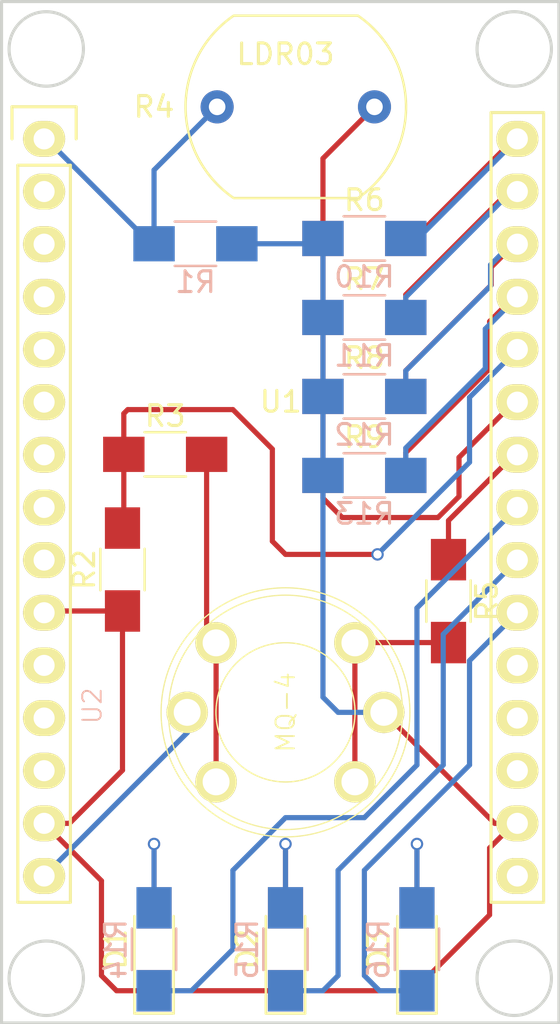
<source format=kicad_pcb>
(kicad_pcb (version 4) (host pcbnew 4.0.7)

  (general
    (links 44)
    (no_connects 3)
    (area 135.89 104.064999 165.90905 157.725001)
    (thickness 1.6)
    (drawings 8)
    (tracks 126)
    (zones 0)
    (modules 21)
    (nets 31)
  )

  (page A4)
  (layers
    (0 F.Cu signal)
    (31 B.Cu signal)
    (32 B.Adhes user)
    (33 F.Adhes user)
    (34 B.Paste user)
    (35 F.Paste user)
    (36 B.SilkS user)
    (37 F.SilkS user)
    (38 B.Mask user)
    (39 F.Mask user)
    (40 Dwgs.User user)
    (41 Cmts.User user)
    (42 Eco1.User user)
    (43 Eco2.User user)
    (44 Edge.Cuts user)
    (45 Margin user)
    (46 B.CrtYd user)
    (47 F.CrtYd user)
    (48 B.Fab user)
    (49 F.Fab user)
  )

  (setup
    (last_trace_width 0.25)
    (trace_clearance 0.2)
    (zone_clearance 0.508)
    (zone_45_only no)
    (trace_min 0.2)
    (segment_width 0.2)
    (edge_width 0.15)
    (via_size 0.6)
    (via_drill 0.4)
    (via_min_size 0.4)
    (via_min_drill 0.3)
    (uvia_size 0.3)
    (uvia_drill 0.1)
    (uvias_allowed no)
    (uvia_min_size 0.2)
    (uvia_min_drill 0.1)
    (pcb_text_width 0.3)
    (pcb_text_size 1.5 1.5)
    (mod_edge_width 0.15)
    (mod_text_size 1 1)
    (mod_text_width 0.15)
    (pad_size 1.524 1.524)
    (pad_drill 0.762)
    (pad_to_mask_clearance 0.2)
    (aux_axis_origin 0 0)
    (visible_elements FFFFEF7F)
    (pcbplotparams
      (layerselection 0x010f0_80000001)
      (usegerberextensions false)
      (usegerberattributes true)
      (excludeedgelayer false)
      (linewidth 0.150000)
      (plotframeref false)
      (viasonmask false)
      (mode 1)
      (useauxorigin true)
      (hpglpennumber 1)
      (hpglpenspeed 20)
      (hpglpendiameter 15)
      (hpglpenoverlay 2)
      (psnegative false)
      (psa4output false)
      (plotreference true)
      (plotvalue true)
      (plotinvisibletext false)
      (padsonsilk false)
      (subtractmaskfromsilk false)
      (outputformat 1)
      (mirror false)
      (drillshape 0)
      (scaleselection 1)
      (outputdirectory ""))
  )

  (net 0 "")
  (net 1 GND)
  (net 2 "Net-(D1-Pad2)")
  (net 3 "Net-(D2-Pad2)")
  (net 4 "Net-(R1-Pad1)")
  (net 5 "Net-(R2-Pad2)")
  (net 6 "Net-(R3-Pad2)")
  (net 7 +3V3)
  (net 8 "Net-(R5-Pad2)")
  (net 9 "Net-(R10-Pad2)")
  (net 10 "Net-(R11-Pad2)")
  (net 11 "Net-(R12-Pad2)")
  (net 12 "Net-(R13-Pad2)")
  (net 13 "Net-(R14-Pad2)")
  (net 14 "Net-(R15-Pad2)")
  (net 15 "Net-(U1-Pad2)")
  (net 16 "Net-(U1-Pad3)")
  (net 17 "Net-(U1-Pad4)")
  (net 18 "Net-(U1-Pad5)")
  (net 19 "Net-(U1-Pad6)")
  (net 20 "Net-(U1-Pad7)")
  (net 21 "Net-(U1-Pad8)")
  (net 22 "Net-(U1-Pad9)")
  (net 23 "Net-(U1-Pad12)")
  (net 24 "Net-(U1-Pad13)")
  (net 25 "Net-(U1-Pad15)")
  (net 26 "Net-(U1-Pad18)")
  (net 27 "Net-(U1-Pad19)")
  (net 28 "Net-(U1-Pad20)")
  (net 29 "Net-(D3-Pad2)")
  (net 30 "Net-(R16-Pad2)")

  (net_class Default "This is the default net class."
    (clearance 0.2)
    (trace_width 0.25)
    (via_dia 0.6)
    (via_drill 0.4)
    (uvia_dia 0.3)
    (uvia_drill 0.1)
    (add_net +3V3)
    (add_net GND)
    (add_net "Net-(D1-Pad2)")
    (add_net "Net-(D2-Pad2)")
    (add_net "Net-(D3-Pad2)")
    (add_net "Net-(R1-Pad1)")
    (add_net "Net-(R10-Pad2)")
    (add_net "Net-(R11-Pad2)")
    (add_net "Net-(R12-Pad2)")
    (add_net "Net-(R13-Pad2)")
    (add_net "Net-(R14-Pad2)")
    (add_net "Net-(R15-Pad2)")
    (add_net "Net-(R16-Pad2)")
    (add_net "Net-(R2-Pad2)")
    (add_net "Net-(R3-Pad2)")
    (add_net "Net-(R5-Pad2)")
    (add_net "Net-(U1-Pad12)")
    (add_net "Net-(U1-Pad13)")
    (add_net "Net-(U1-Pad15)")
    (add_net "Net-(U1-Pad18)")
    (add_net "Net-(U1-Pad19)")
    (add_net "Net-(U1-Pad2)")
    (add_net "Net-(U1-Pad20)")
    (add_net "Net-(U1-Pad3)")
    (add_net "Net-(U1-Pad4)")
    (add_net "Net-(U1-Pad5)")
    (add_net "Net-(U1-Pad6)")
    (add_net "Net-(U1-Pad7)")
    (add_net "Net-(U1-Pad8)")
    (add_net "Net-(U1-Pad9)")
  )

  (module LEDs:LED_1206_HandSoldering (layer F.Cu) (tedit 595FC724) (tstamp 5AA9A8B9)
    (at 144.78 149.86 90)
    (descr "LED SMD 1206, hand soldering")
    (tags "LED 1206")
    (path /5AA9AACC)
    (attr smd)
    (fp_text reference D1 (at 0 -1.85 90) (layer F.SilkS)
      (effects (font (size 1 1) (thickness 0.15)))
    )
    (fp_text value Pwr (at 0 1.9 90) (layer F.Fab)
      (effects (font (size 1 1) (thickness 0.15)))
    )
    (fp_line (start -3.1 -0.95) (end -3.1 0.95) (layer F.SilkS) (width 0.12))
    (fp_line (start -0.4 0) (end 0.2 -0.4) (layer F.Fab) (width 0.1))
    (fp_line (start 0.2 -0.4) (end 0.2 0.4) (layer F.Fab) (width 0.1))
    (fp_line (start 0.2 0.4) (end -0.4 0) (layer F.Fab) (width 0.1))
    (fp_line (start -0.45 -0.4) (end -0.45 0.4) (layer F.Fab) (width 0.1))
    (fp_line (start -1.6 0.8) (end -1.6 -0.8) (layer F.Fab) (width 0.1))
    (fp_line (start 1.6 0.8) (end -1.6 0.8) (layer F.Fab) (width 0.1))
    (fp_line (start 1.6 -0.8) (end 1.6 0.8) (layer F.Fab) (width 0.1))
    (fp_line (start -1.6 -0.8) (end 1.6 -0.8) (layer F.Fab) (width 0.1))
    (fp_line (start -3.1 0.95) (end 1.6 0.95) (layer F.SilkS) (width 0.12))
    (fp_line (start -3.1 -0.95) (end 1.6 -0.95) (layer F.SilkS) (width 0.12))
    (fp_line (start -3.25 -1.11) (end 3.25 -1.11) (layer F.CrtYd) (width 0.05))
    (fp_line (start -3.25 -1.11) (end -3.25 1.1) (layer F.CrtYd) (width 0.05))
    (fp_line (start 3.25 1.1) (end 3.25 -1.11) (layer F.CrtYd) (width 0.05))
    (fp_line (start 3.25 1.1) (end -3.25 1.1) (layer F.CrtYd) (width 0.05))
    (pad 1 smd rect (at -2 0 90) (size 2 1.7) (layers F.Cu F.Paste F.Mask)
      (net 1 GND))
    (pad 2 smd rect (at 2 0 90) (size 2 1.7) (layers F.Cu F.Paste F.Mask)
      (net 2 "Net-(D1-Pad2)"))
    (model ${KISYS3DMOD}/LEDs.3dshapes/LED_1206.wrl
      (at (xyz 0 0 0))
      (scale (xyz 1 1 1))
      (rotate (xyz 0 0 180))
    )
  )

  (module LEDs:LED_1206_HandSoldering (layer F.Cu) (tedit 595FC724) (tstamp 5AA9A8BF)
    (at 151.13 149.86 90)
    (descr "LED SMD 1206, hand soldering")
    (tags "LED 1206")
    (path /5AA9AB27)
    (attr smd)
    (fp_text reference D2 (at 0 -1.85 90) (layer F.SilkS)
      (effects (font (size 1 1) (thickness 0.15)))
    )
    (fp_text value Act (at 0 1.9 90) (layer F.Fab)
      (effects (font (size 1 1) (thickness 0.15)))
    )
    (fp_line (start -3.1 -0.95) (end -3.1 0.95) (layer F.SilkS) (width 0.12))
    (fp_line (start -0.4 0) (end 0.2 -0.4) (layer F.Fab) (width 0.1))
    (fp_line (start 0.2 -0.4) (end 0.2 0.4) (layer F.Fab) (width 0.1))
    (fp_line (start 0.2 0.4) (end -0.4 0) (layer F.Fab) (width 0.1))
    (fp_line (start -0.45 -0.4) (end -0.45 0.4) (layer F.Fab) (width 0.1))
    (fp_line (start -1.6 0.8) (end -1.6 -0.8) (layer F.Fab) (width 0.1))
    (fp_line (start 1.6 0.8) (end -1.6 0.8) (layer F.Fab) (width 0.1))
    (fp_line (start 1.6 -0.8) (end 1.6 0.8) (layer F.Fab) (width 0.1))
    (fp_line (start -1.6 -0.8) (end 1.6 -0.8) (layer F.Fab) (width 0.1))
    (fp_line (start -3.1 0.95) (end 1.6 0.95) (layer F.SilkS) (width 0.12))
    (fp_line (start -3.1 -0.95) (end 1.6 -0.95) (layer F.SilkS) (width 0.12))
    (fp_line (start -3.25 -1.11) (end 3.25 -1.11) (layer F.CrtYd) (width 0.05))
    (fp_line (start -3.25 -1.11) (end -3.25 1.1) (layer F.CrtYd) (width 0.05))
    (fp_line (start 3.25 1.1) (end 3.25 -1.11) (layer F.CrtYd) (width 0.05))
    (fp_line (start 3.25 1.1) (end -3.25 1.1) (layer F.CrtYd) (width 0.05))
    (pad 1 smd rect (at -2 0 90) (size 2 1.7) (layers F.Cu F.Paste F.Mask)
      (net 1 GND))
    (pad 2 smd rect (at 2 0 90) (size 2 1.7) (layers F.Cu F.Paste F.Mask)
      (net 3 "Net-(D2-Pad2)"))
    (model ${KISYS3DMOD}/LEDs.3dshapes/LED_1206.wrl
      (at (xyz 0 0 0))
      (scale (xyz 1 1 1))
      (rotate (xyz 0 0 180))
    )
  )

  (module LEDs:LED_1206_HandSoldering (layer F.Cu) (tedit 595FC724) (tstamp 5AA9A8C5)
    (at 157.48 149.86 90)
    (descr "LED SMD 1206, hand soldering")
    (tags "LED 1206")
    (path /5AA9ABDD)
    (attr smd)
    (fp_text reference D3 (at 0 -1.85 90) (layer F.SilkS)
      (effects (font (size 1 1) (thickness 0.15)))
    )
    (fp_text value Err (at 0 1.9 90) (layer F.Fab)
      (effects (font (size 1 1) (thickness 0.15)))
    )
    (fp_line (start -3.1 -0.95) (end -3.1 0.95) (layer F.SilkS) (width 0.12))
    (fp_line (start -0.4 0) (end 0.2 -0.4) (layer F.Fab) (width 0.1))
    (fp_line (start 0.2 -0.4) (end 0.2 0.4) (layer F.Fab) (width 0.1))
    (fp_line (start 0.2 0.4) (end -0.4 0) (layer F.Fab) (width 0.1))
    (fp_line (start -0.45 -0.4) (end -0.45 0.4) (layer F.Fab) (width 0.1))
    (fp_line (start -1.6 0.8) (end -1.6 -0.8) (layer F.Fab) (width 0.1))
    (fp_line (start 1.6 0.8) (end -1.6 0.8) (layer F.Fab) (width 0.1))
    (fp_line (start 1.6 -0.8) (end 1.6 0.8) (layer F.Fab) (width 0.1))
    (fp_line (start -1.6 -0.8) (end 1.6 -0.8) (layer F.Fab) (width 0.1))
    (fp_line (start -3.1 0.95) (end 1.6 0.95) (layer F.SilkS) (width 0.12))
    (fp_line (start -3.1 -0.95) (end 1.6 -0.95) (layer F.SilkS) (width 0.12))
    (fp_line (start -3.25 -1.11) (end 3.25 -1.11) (layer F.CrtYd) (width 0.05))
    (fp_line (start -3.25 -1.11) (end -3.25 1.1) (layer F.CrtYd) (width 0.05))
    (fp_line (start 3.25 1.1) (end 3.25 -1.11) (layer F.CrtYd) (width 0.05))
    (fp_line (start 3.25 1.1) (end -3.25 1.1) (layer F.CrtYd) (width 0.05))
    (pad 1 smd rect (at -2 0 90) (size 2 1.7) (layers F.Cu F.Paste F.Mask)
      (net 1 GND))
    (pad 2 smd rect (at 2 0 90) (size 2 1.7) (layers F.Cu F.Paste F.Mask)
      (net 29 "Net-(D3-Pad2)"))
    (model ${KISYS3DMOD}/LEDs.3dshapes/LED_1206.wrl
      (at (xyz 0 0 0))
      (scale (xyz 1 1 1))
      (rotate (xyz 0 0 180))
    )
  )

  (module Resistors_SMD:R_1206_HandSoldering (layer B.Cu) (tedit 58E0A804) (tstamp 5AA9A8CB)
    (at 146.78 115.824)
    (descr "Resistor SMD 1206, hand soldering")
    (tags "resistor 1206")
    (path /59F2DE03)
    (attr smd)
    (fp_text reference R1 (at 0 1.85) (layer B.SilkS)
      (effects (font (size 1 1) (thickness 0.15)) (justify mirror))
    )
    (fp_text value 1k (at 0 -1.9) (layer B.Fab)
      (effects (font (size 1 1) (thickness 0.15)) (justify mirror))
    )
    (fp_text user %R (at 0 0) (layer B.Fab)
      (effects (font (size 0.7 0.7) (thickness 0.105)) (justify mirror))
    )
    (fp_line (start -1.6 -0.8) (end -1.6 0.8) (layer B.Fab) (width 0.1))
    (fp_line (start 1.6 -0.8) (end -1.6 -0.8) (layer B.Fab) (width 0.1))
    (fp_line (start 1.6 0.8) (end 1.6 -0.8) (layer B.Fab) (width 0.1))
    (fp_line (start -1.6 0.8) (end 1.6 0.8) (layer B.Fab) (width 0.1))
    (fp_line (start 1 -1.07) (end -1 -1.07) (layer B.SilkS) (width 0.12))
    (fp_line (start -1 1.07) (end 1 1.07) (layer B.SilkS) (width 0.12))
    (fp_line (start -3.25 1.11) (end 3.25 1.11) (layer B.CrtYd) (width 0.05))
    (fp_line (start -3.25 1.11) (end -3.25 -1.1) (layer B.CrtYd) (width 0.05))
    (fp_line (start 3.25 -1.1) (end 3.25 1.11) (layer B.CrtYd) (width 0.05))
    (fp_line (start 3.25 -1.1) (end -3.25 -1.1) (layer B.CrtYd) (width 0.05))
    (pad 1 smd rect (at -2 0) (size 2 1.7) (layers B.Cu B.Paste B.Mask)
      (net 4 "Net-(R1-Pad1)"))
    (pad 2 smd rect (at 2 0) (size 2 1.7) (layers B.Cu B.Paste B.Mask)
      (net 1 GND))
    (model ${KISYS3DMOD}/Resistors_SMD.3dshapes/R_1206.wrl
      (at (xyz 0 0 0))
      (scale (xyz 1 1 1))
      (rotate (xyz 0 0 0))
    )
  )

  (module Resistors_SMD:R_1206_HandSoldering (layer F.Cu) (tedit 58E0A804) (tstamp 5AA9A8D1)
    (at 143.256 131.54 90)
    (descr "Resistor SMD 1206, hand soldering")
    (tags "resistor 1206")
    (path /5AA987C6)
    (attr smd)
    (fp_text reference R2 (at 0 -1.85 90) (layer F.SilkS)
      (effects (font (size 1 1) (thickness 0.15)))
    )
    (fp_text value 20k (at 0 1.9 90) (layer F.Fab)
      (effects (font (size 1 1) (thickness 0.15)))
    )
    (fp_text user %R (at 0 0 90) (layer F.Fab)
      (effects (font (size 0.7 0.7) (thickness 0.105)))
    )
    (fp_line (start -1.6 0.8) (end -1.6 -0.8) (layer F.Fab) (width 0.1))
    (fp_line (start 1.6 0.8) (end -1.6 0.8) (layer F.Fab) (width 0.1))
    (fp_line (start 1.6 -0.8) (end 1.6 0.8) (layer F.Fab) (width 0.1))
    (fp_line (start -1.6 -0.8) (end 1.6 -0.8) (layer F.Fab) (width 0.1))
    (fp_line (start 1 1.07) (end -1 1.07) (layer F.SilkS) (width 0.12))
    (fp_line (start -1 -1.07) (end 1 -1.07) (layer F.SilkS) (width 0.12))
    (fp_line (start -3.25 -1.11) (end 3.25 -1.11) (layer F.CrtYd) (width 0.05))
    (fp_line (start -3.25 -1.11) (end -3.25 1.1) (layer F.CrtYd) (width 0.05))
    (fp_line (start 3.25 1.1) (end 3.25 -1.11) (layer F.CrtYd) (width 0.05))
    (fp_line (start 3.25 1.1) (end -3.25 1.1) (layer F.CrtYd) (width 0.05))
    (pad 1 smd rect (at -2 0 90) (size 2 1.7) (layers F.Cu F.Paste F.Mask)
      (net 1 GND))
    (pad 2 smd rect (at 2 0 90) (size 2 1.7) (layers F.Cu F.Paste F.Mask)
      (net 5 "Net-(R2-Pad2)"))
    (model ${KISYS3DMOD}/Resistors_SMD.3dshapes/R_1206.wrl
      (at (xyz 0 0 0))
      (scale (xyz 1 1 1))
      (rotate (xyz 0 0 0))
    )
  )

  (module Resistors_SMD:R_1206_HandSoldering (layer F.Cu) (tedit 58E0A804) (tstamp 5AA9A8D7)
    (at 145.32 125.984)
    (descr "Resistor SMD 1206, hand soldering")
    (tags "resistor 1206")
    (path /5AA98843)
    (attr smd)
    (fp_text reference R3 (at 0 -1.85) (layer F.SilkS)
      (effects (font (size 1 1) (thickness 0.15)))
    )
    (fp_text value 10k (at 0 1.9) (layer F.Fab)
      (effects (font (size 1 1) (thickness 0.15)))
    )
    (fp_text user %R (at 0 0) (layer F.Fab)
      (effects (font (size 0.7 0.7) (thickness 0.105)))
    )
    (fp_line (start -1.6 0.8) (end -1.6 -0.8) (layer F.Fab) (width 0.1))
    (fp_line (start 1.6 0.8) (end -1.6 0.8) (layer F.Fab) (width 0.1))
    (fp_line (start 1.6 -0.8) (end 1.6 0.8) (layer F.Fab) (width 0.1))
    (fp_line (start -1.6 -0.8) (end 1.6 -0.8) (layer F.Fab) (width 0.1))
    (fp_line (start 1 1.07) (end -1 1.07) (layer F.SilkS) (width 0.12))
    (fp_line (start -1 -1.07) (end 1 -1.07) (layer F.SilkS) (width 0.12))
    (fp_line (start -3.25 -1.11) (end 3.25 -1.11) (layer F.CrtYd) (width 0.05))
    (fp_line (start -3.25 -1.11) (end -3.25 1.1) (layer F.CrtYd) (width 0.05))
    (fp_line (start 3.25 1.1) (end 3.25 -1.11) (layer F.CrtYd) (width 0.05))
    (fp_line (start 3.25 1.1) (end -3.25 1.1) (layer F.CrtYd) (width 0.05))
    (pad 1 smd rect (at -2 0) (size 2 1.7) (layers F.Cu F.Paste F.Mask)
      (net 5 "Net-(R2-Pad2)"))
    (pad 2 smd rect (at 2 0) (size 2 1.7) (layers F.Cu F.Paste F.Mask)
      (net 6 "Net-(R3-Pad2)"))
    (model ${KISYS3DMOD}/Resistors_SMD.3dshapes/R_1206.wrl
      (at (xyz 0 0 0))
      (scale (xyz 1 1 1))
      (rotate (xyz 0 0 0))
    )
  )

  (module Opto-Devices:Resistor_LDR_10x8.5_RM7.6 (layer F.Cu) (tedit 5ABE8CCD) (tstamp 5AA9A8DD)
    (at 155.428 109.22 180)
    (descr "Resistor, LDR 10x8.5mm")
    (tags "Resistor LDR10.8.5mm")
    (path /59F2DBC8)
    (fp_text reference R4 (at 10.648 0 180) (layer F.SilkS)
      (effects (font (size 1 1) (thickness 0.15)))
    )
    (fp_text value LDR03 (at 4.298 2.54 180) (layer F.SilkS)
      (effects (font (size 1 1) (thickness 0.15)))
    )
    (fp_line (start 0.8 4.4) (end 6.8 4.4) (layer F.SilkS) (width 0.12))
    (fp_line (start 0.8 -4.4) (end 6.8 -4.4) (layer F.SilkS) (width 0.12))
    (fp_line (start 2.9 -1.8) (end 4.7 -1.8) (layer F.Fab) (width 0.1))
    (fp_line (start 4.7 -1.8) (end 4.7 -1.2) (layer F.Fab) (width 0.1))
    (fp_line (start 4.7 -1.2) (end 2.9 -1.2) (layer F.Fab) (width 0.1))
    (fp_line (start 2.9 -1.2) (end 2.9 -0.6) (layer F.Fab) (width 0.1))
    (fp_line (start 2.9 -0.6) (end 4.7 -0.6) (layer F.Fab) (width 0.1))
    (fp_line (start 4.7 -0.6) (end 4.7 0) (layer F.Fab) (width 0.1))
    (fp_line (start 4.7 0) (end 2.9 0) (layer F.Fab) (width 0.1))
    (fp_line (start 2.9 0) (end 2.9 0.6) (layer F.Fab) (width 0.1))
    (fp_line (start 2.9 0.6) (end 4.7 0.6) (layer F.Fab) (width 0.1))
    (fp_line (start 4.7 0.6) (end 4.7 1.2) (layer F.Fab) (width 0.1))
    (fp_line (start 4.7 1.2) (end 2.9 1.2) (layer F.Fab) (width 0.1))
    (fp_line (start 2.9 1.2) (end 2.9 1.8) (layer F.Fab) (width 0.1))
    (fp_line (start 2.9 1.8) (end 4.7 1.8) (layer F.Fab) (width 0.1))
    (fp_line (start 6.8 4.25) (end 0.8 4.25) (layer F.Fab) (width 0.1))
    (fp_line (start 0.8 -4.25) (end 6.8 -4.25) (layer F.Fab) (width 0.1))
    (fp_line (start -1.65 -4.5) (end 9.25 -4.5) (layer F.CrtYd) (width 0.05))
    (fp_line (start -1.65 -4.5) (end -1.65 4.5) (layer F.CrtYd) (width 0.05))
    (fp_line (start 9.25 4.5) (end 9.25 -4.5) (layer F.CrtYd) (width 0.05))
    (fp_line (start 9.25 4.5) (end -1.65 4.5) (layer F.CrtYd) (width 0.05))
    (fp_arc (start 3.8 0) (end 0.8 4.4) (angle 111) (layer F.SilkS) (width 0.12))
    (fp_arc (start 3.8 0) (end 6.8 -4.4) (angle 111) (layer F.SilkS) (width 0.12))
    (fp_arc (start 3.8 0) (end 6.8 -4.25) (angle 109) (layer F.Fab) (width 0.1))
    (fp_arc (start 3.8 0) (end 0.8 4.25) (angle 109) (layer F.Fab) (width 0.1))
    (pad 1 thru_hole circle (at 0 0 180) (size 1.6 1.6) (drill 0.8) (layers *.Cu *.Mask)
      (net 7 +3V3))
    (pad 2 thru_hole circle (at 7.6 0 180) (size 1.6 1.6) (drill 0.8) (layers *.Cu *.Mask)
      (net 4 "Net-(R1-Pad1)"))
  )

  (module Resistors_SMD:R_1206_HandSoldering (layer F.Cu) (tedit 58E0A804) (tstamp 5AA9A8E3)
    (at 159.004 133.064 270)
    (descr "Resistor SMD 1206, hand soldering")
    (tags "resistor 1206")
    (path /5AA9821A)
    (attr smd)
    (fp_text reference R5 (at 0 -1.85 270) (layer F.SilkS)
      (effects (font (size 1 1) (thickness 0.15)))
    )
    (fp_text value 10k (at 0 1.9 270) (layer F.Fab)
      (effects (font (size 1 1) (thickness 0.15)))
    )
    (fp_text user %R (at 0 0 270) (layer F.Fab)
      (effects (font (size 0.7 0.7) (thickness 0.105)))
    )
    (fp_line (start -1.6 0.8) (end -1.6 -0.8) (layer F.Fab) (width 0.1))
    (fp_line (start 1.6 0.8) (end -1.6 0.8) (layer F.Fab) (width 0.1))
    (fp_line (start 1.6 -0.8) (end 1.6 0.8) (layer F.Fab) (width 0.1))
    (fp_line (start -1.6 -0.8) (end 1.6 -0.8) (layer F.Fab) (width 0.1))
    (fp_line (start 1 1.07) (end -1 1.07) (layer F.SilkS) (width 0.12))
    (fp_line (start -1 -1.07) (end 1 -1.07) (layer F.SilkS) (width 0.12))
    (fp_line (start -3.25 -1.11) (end 3.25 -1.11) (layer F.CrtYd) (width 0.05))
    (fp_line (start -3.25 -1.11) (end -3.25 1.1) (layer F.CrtYd) (width 0.05))
    (fp_line (start 3.25 1.1) (end 3.25 -1.11) (layer F.CrtYd) (width 0.05))
    (fp_line (start 3.25 1.1) (end -3.25 1.1) (layer F.CrtYd) (width 0.05))
    (pad 1 smd rect (at -2 0 270) (size 2 1.7) (layers F.Cu F.Paste F.Mask)
      (net 1 GND))
    (pad 2 smd rect (at 2 0 270) (size 2 1.7) (layers F.Cu F.Paste F.Mask)
      (net 8 "Net-(R5-Pad2)"))
    (model ${KISYS3DMOD}/Resistors_SMD.3dshapes/R_1206.wrl
      (at (xyz 0 0 0))
      (scale (xyz 1 1 1))
      (rotate (xyz 0 0 0))
    )
  )

  (module Resistors_SMD:R_1206_HandSoldering (layer F.Cu) (tedit 58E0A804) (tstamp 5AA9A8E9)
    (at 154.94 115.57)
    (descr "Resistor SMD 1206, hand soldering")
    (tags "resistor 1206")
    (path /5AA99D4F)
    (attr smd)
    (fp_text reference R6 (at 0 -1.85) (layer F.SilkS)
      (effects (font (size 1 1) (thickness 0.15)))
    )
    (fp_text value 0 (at 0 1.9) (layer F.Fab)
      (effects (font (size 1 1) (thickness 0.15)))
    )
    (fp_text user %R (at 0 0) (layer F.Fab)
      (effects (font (size 0.7 0.7) (thickness 0.105)))
    )
    (fp_line (start -1.6 0.8) (end -1.6 -0.8) (layer F.Fab) (width 0.1))
    (fp_line (start 1.6 0.8) (end -1.6 0.8) (layer F.Fab) (width 0.1))
    (fp_line (start 1.6 -0.8) (end 1.6 0.8) (layer F.Fab) (width 0.1))
    (fp_line (start -1.6 -0.8) (end 1.6 -0.8) (layer F.Fab) (width 0.1))
    (fp_line (start 1 1.07) (end -1 1.07) (layer F.SilkS) (width 0.12))
    (fp_line (start -1 -1.07) (end 1 -1.07) (layer F.SilkS) (width 0.12))
    (fp_line (start -3.25 -1.11) (end 3.25 -1.11) (layer F.CrtYd) (width 0.05))
    (fp_line (start -3.25 -1.11) (end -3.25 1.1) (layer F.CrtYd) (width 0.05))
    (fp_line (start 3.25 1.1) (end 3.25 -1.11) (layer F.CrtYd) (width 0.05))
    (fp_line (start 3.25 1.1) (end -3.25 1.1) (layer F.CrtYd) (width 0.05))
    (pad 1 smd rect (at -2 0) (size 2 1.7) (layers F.Cu F.Paste F.Mask)
      (net 7 +3V3))
    (pad 2 smd rect (at 2 0) (size 2 1.7) (layers F.Cu F.Paste F.Mask)
      (net 9 "Net-(R10-Pad2)"))
    (model ${KISYS3DMOD}/Resistors_SMD.3dshapes/R_1206.wrl
      (at (xyz 0 0 0))
      (scale (xyz 1 1 1))
      (rotate (xyz 0 0 0))
    )
  )

  (module Resistors_SMD:R_1206_HandSoldering (layer F.Cu) (tedit 58E0A804) (tstamp 5AA9A8EF)
    (at 154.94 119.38)
    (descr "Resistor SMD 1206, hand soldering")
    (tags "resistor 1206")
    (path /5AA99D7A)
    (attr smd)
    (fp_text reference R7 (at 0 -1.85) (layer F.SilkS)
      (effects (font (size 1 1) (thickness 0.15)))
    )
    (fp_text value 0 (at 0 1.9) (layer F.Fab)
      (effects (font (size 1 1) (thickness 0.15)))
    )
    (fp_text user %R (at 0 0) (layer F.Fab)
      (effects (font (size 0.7 0.7) (thickness 0.105)))
    )
    (fp_line (start -1.6 0.8) (end -1.6 -0.8) (layer F.Fab) (width 0.1))
    (fp_line (start 1.6 0.8) (end -1.6 0.8) (layer F.Fab) (width 0.1))
    (fp_line (start 1.6 -0.8) (end 1.6 0.8) (layer F.Fab) (width 0.1))
    (fp_line (start -1.6 -0.8) (end 1.6 -0.8) (layer F.Fab) (width 0.1))
    (fp_line (start 1 1.07) (end -1 1.07) (layer F.SilkS) (width 0.12))
    (fp_line (start -1 -1.07) (end 1 -1.07) (layer F.SilkS) (width 0.12))
    (fp_line (start -3.25 -1.11) (end 3.25 -1.11) (layer F.CrtYd) (width 0.05))
    (fp_line (start -3.25 -1.11) (end -3.25 1.1) (layer F.CrtYd) (width 0.05))
    (fp_line (start 3.25 1.1) (end 3.25 -1.11) (layer F.CrtYd) (width 0.05))
    (fp_line (start 3.25 1.1) (end -3.25 1.1) (layer F.CrtYd) (width 0.05))
    (pad 1 smd rect (at -2 0) (size 2 1.7) (layers F.Cu F.Paste F.Mask)
      (net 7 +3V3))
    (pad 2 smd rect (at 2 0) (size 2 1.7) (layers F.Cu F.Paste F.Mask)
      (net 10 "Net-(R11-Pad2)"))
    (model ${KISYS3DMOD}/Resistors_SMD.3dshapes/R_1206.wrl
      (at (xyz 0 0 0))
      (scale (xyz 1 1 1))
      (rotate (xyz 0 0 0))
    )
  )

  (module Resistors_SMD:R_1206_HandSoldering (layer F.Cu) (tedit 58E0A804) (tstamp 5AA9A8F5)
    (at 154.94 123.19)
    (descr "Resistor SMD 1206, hand soldering")
    (tags "resistor 1206")
    (path /5AA99E07)
    (attr smd)
    (fp_text reference R8 (at 0 -1.85) (layer F.SilkS)
      (effects (font (size 1 1) (thickness 0.15)))
    )
    (fp_text value 0 (at 0 1.9) (layer F.Fab)
      (effects (font (size 1 1) (thickness 0.15)))
    )
    (fp_text user %R (at 0 0) (layer F.Fab)
      (effects (font (size 0.7 0.7) (thickness 0.105)))
    )
    (fp_line (start -1.6 0.8) (end -1.6 -0.8) (layer F.Fab) (width 0.1))
    (fp_line (start 1.6 0.8) (end -1.6 0.8) (layer F.Fab) (width 0.1))
    (fp_line (start 1.6 -0.8) (end 1.6 0.8) (layer F.Fab) (width 0.1))
    (fp_line (start -1.6 -0.8) (end 1.6 -0.8) (layer F.Fab) (width 0.1))
    (fp_line (start 1 1.07) (end -1 1.07) (layer F.SilkS) (width 0.12))
    (fp_line (start -1 -1.07) (end 1 -1.07) (layer F.SilkS) (width 0.12))
    (fp_line (start -3.25 -1.11) (end 3.25 -1.11) (layer F.CrtYd) (width 0.05))
    (fp_line (start -3.25 -1.11) (end -3.25 1.1) (layer F.CrtYd) (width 0.05))
    (fp_line (start 3.25 1.1) (end 3.25 -1.11) (layer F.CrtYd) (width 0.05))
    (fp_line (start 3.25 1.1) (end -3.25 1.1) (layer F.CrtYd) (width 0.05))
    (pad 1 smd rect (at -2 0) (size 2 1.7) (layers F.Cu F.Paste F.Mask)
      (net 7 +3V3))
    (pad 2 smd rect (at 2 0) (size 2 1.7) (layers F.Cu F.Paste F.Mask)
      (net 11 "Net-(R12-Pad2)"))
    (model ${KISYS3DMOD}/Resistors_SMD.3dshapes/R_1206.wrl
      (at (xyz 0 0 0))
      (scale (xyz 1 1 1))
      (rotate (xyz 0 0 0))
    )
  )

  (module Resistors_SMD:R_1206_HandSoldering (layer F.Cu) (tedit 58E0A804) (tstamp 5AA9A8FB)
    (at 154.94 127)
    (descr "Resistor SMD 1206, hand soldering")
    (tags "resistor 1206")
    (path /5AA99E34)
    (attr smd)
    (fp_text reference R9 (at 0 -1.85) (layer F.SilkS)
      (effects (font (size 1 1) (thickness 0.15)))
    )
    (fp_text value 0 (at 0 1.9) (layer F.Fab)
      (effects (font (size 1 1) (thickness 0.15)))
    )
    (fp_text user %R (at 0 0) (layer F.Fab)
      (effects (font (size 0.7 0.7) (thickness 0.105)))
    )
    (fp_line (start -1.6 0.8) (end -1.6 -0.8) (layer F.Fab) (width 0.1))
    (fp_line (start 1.6 0.8) (end -1.6 0.8) (layer F.Fab) (width 0.1))
    (fp_line (start 1.6 -0.8) (end 1.6 0.8) (layer F.Fab) (width 0.1))
    (fp_line (start -1.6 -0.8) (end 1.6 -0.8) (layer F.Fab) (width 0.1))
    (fp_line (start 1 1.07) (end -1 1.07) (layer F.SilkS) (width 0.12))
    (fp_line (start -1 -1.07) (end 1 -1.07) (layer F.SilkS) (width 0.12))
    (fp_line (start -3.25 -1.11) (end 3.25 -1.11) (layer F.CrtYd) (width 0.05))
    (fp_line (start -3.25 -1.11) (end -3.25 1.1) (layer F.CrtYd) (width 0.05))
    (fp_line (start 3.25 1.1) (end 3.25 -1.11) (layer F.CrtYd) (width 0.05))
    (fp_line (start 3.25 1.1) (end -3.25 1.1) (layer F.CrtYd) (width 0.05))
    (pad 1 smd rect (at -2 0) (size 2 1.7) (layers F.Cu F.Paste F.Mask)
      (net 7 +3V3))
    (pad 2 smd rect (at 2 0) (size 2 1.7) (layers F.Cu F.Paste F.Mask)
      (net 12 "Net-(R13-Pad2)"))
    (model ${KISYS3DMOD}/Resistors_SMD.3dshapes/R_1206.wrl
      (at (xyz 0 0 0))
      (scale (xyz 1 1 1))
      (rotate (xyz 0 0 0))
    )
  )

  (module Resistors_SMD:R_1206_HandSoldering (layer B.Cu) (tedit 58E0A804) (tstamp 5AA9A901)
    (at 154.94 115.57)
    (descr "Resistor SMD 1206, hand soldering")
    (tags "resistor 1206")
    (path /5AA99F94)
    (attr smd)
    (fp_text reference R10 (at 0 1.85) (layer B.SilkS)
      (effects (font (size 1 1) (thickness 0.15)) (justify mirror))
    )
    (fp_text value 10k (at 0 -1.9) (layer B.Fab)
      (effects (font (size 1 1) (thickness 0.15)) (justify mirror))
    )
    (fp_text user %R (at 0 0) (layer B.Fab)
      (effects (font (size 0.7 0.7) (thickness 0.105)) (justify mirror))
    )
    (fp_line (start -1.6 -0.8) (end -1.6 0.8) (layer B.Fab) (width 0.1))
    (fp_line (start 1.6 -0.8) (end -1.6 -0.8) (layer B.Fab) (width 0.1))
    (fp_line (start 1.6 0.8) (end 1.6 -0.8) (layer B.Fab) (width 0.1))
    (fp_line (start -1.6 0.8) (end 1.6 0.8) (layer B.Fab) (width 0.1))
    (fp_line (start 1 -1.07) (end -1 -1.07) (layer B.SilkS) (width 0.12))
    (fp_line (start -1 1.07) (end 1 1.07) (layer B.SilkS) (width 0.12))
    (fp_line (start -3.25 1.11) (end 3.25 1.11) (layer B.CrtYd) (width 0.05))
    (fp_line (start -3.25 1.11) (end -3.25 -1.1) (layer B.CrtYd) (width 0.05))
    (fp_line (start 3.25 -1.1) (end 3.25 1.11) (layer B.CrtYd) (width 0.05))
    (fp_line (start 3.25 -1.1) (end -3.25 -1.1) (layer B.CrtYd) (width 0.05))
    (pad 1 smd rect (at -2 0) (size 2 1.7) (layers B.Cu B.Paste B.Mask)
      (net 1 GND))
    (pad 2 smd rect (at 2 0) (size 2 1.7) (layers B.Cu B.Paste B.Mask)
      (net 9 "Net-(R10-Pad2)"))
    (model ${KISYS3DMOD}/Resistors_SMD.3dshapes/R_1206.wrl
      (at (xyz 0 0 0))
      (scale (xyz 1 1 1))
      (rotate (xyz 0 0 0))
    )
  )

  (module Resistors_SMD:R_1206_HandSoldering (layer B.Cu) (tedit 58E0A804) (tstamp 5AA9A907)
    (at 154.94 119.38)
    (descr "Resistor SMD 1206, hand soldering")
    (tags "resistor 1206")
    (path /5AA9A037)
    (attr smd)
    (fp_text reference R11 (at 0 1.85) (layer B.SilkS)
      (effects (font (size 1 1) (thickness 0.15)) (justify mirror))
    )
    (fp_text value 10k (at 0 -1.9) (layer B.Fab)
      (effects (font (size 1 1) (thickness 0.15)) (justify mirror))
    )
    (fp_text user %R (at 0 0) (layer B.Fab)
      (effects (font (size 0.7 0.7) (thickness 0.105)) (justify mirror))
    )
    (fp_line (start -1.6 -0.8) (end -1.6 0.8) (layer B.Fab) (width 0.1))
    (fp_line (start 1.6 -0.8) (end -1.6 -0.8) (layer B.Fab) (width 0.1))
    (fp_line (start 1.6 0.8) (end 1.6 -0.8) (layer B.Fab) (width 0.1))
    (fp_line (start -1.6 0.8) (end 1.6 0.8) (layer B.Fab) (width 0.1))
    (fp_line (start 1 -1.07) (end -1 -1.07) (layer B.SilkS) (width 0.12))
    (fp_line (start -1 1.07) (end 1 1.07) (layer B.SilkS) (width 0.12))
    (fp_line (start -3.25 1.11) (end 3.25 1.11) (layer B.CrtYd) (width 0.05))
    (fp_line (start -3.25 1.11) (end -3.25 -1.1) (layer B.CrtYd) (width 0.05))
    (fp_line (start 3.25 -1.1) (end 3.25 1.11) (layer B.CrtYd) (width 0.05))
    (fp_line (start 3.25 -1.1) (end -3.25 -1.1) (layer B.CrtYd) (width 0.05))
    (pad 1 smd rect (at -2 0) (size 2 1.7) (layers B.Cu B.Paste B.Mask)
      (net 1 GND))
    (pad 2 smd rect (at 2 0) (size 2 1.7) (layers B.Cu B.Paste B.Mask)
      (net 10 "Net-(R11-Pad2)"))
    (model ${KISYS3DMOD}/Resistors_SMD.3dshapes/R_1206.wrl
      (at (xyz 0 0 0))
      (scale (xyz 1 1 1))
      (rotate (xyz 0 0 0))
    )
  )

  (module Resistors_SMD:R_1206_HandSoldering (layer B.Cu) (tedit 58E0A804) (tstamp 5AA9A90D)
    (at 154.94 123.19)
    (descr "Resistor SMD 1206, hand soldering")
    (tags "resistor 1206")
    (path /5AA9A0B7)
    (attr smd)
    (fp_text reference R12 (at 0 1.85) (layer B.SilkS)
      (effects (font (size 1 1) (thickness 0.15)) (justify mirror))
    )
    (fp_text value 10k (at 0 -1.9) (layer B.Fab)
      (effects (font (size 1 1) (thickness 0.15)) (justify mirror))
    )
    (fp_text user %R (at 0 0) (layer B.Fab)
      (effects (font (size 0.7 0.7) (thickness 0.105)) (justify mirror))
    )
    (fp_line (start -1.6 -0.8) (end -1.6 0.8) (layer B.Fab) (width 0.1))
    (fp_line (start 1.6 -0.8) (end -1.6 -0.8) (layer B.Fab) (width 0.1))
    (fp_line (start 1.6 0.8) (end 1.6 -0.8) (layer B.Fab) (width 0.1))
    (fp_line (start -1.6 0.8) (end 1.6 0.8) (layer B.Fab) (width 0.1))
    (fp_line (start 1 -1.07) (end -1 -1.07) (layer B.SilkS) (width 0.12))
    (fp_line (start -1 1.07) (end 1 1.07) (layer B.SilkS) (width 0.12))
    (fp_line (start -3.25 1.11) (end 3.25 1.11) (layer B.CrtYd) (width 0.05))
    (fp_line (start -3.25 1.11) (end -3.25 -1.1) (layer B.CrtYd) (width 0.05))
    (fp_line (start 3.25 -1.1) (end 3.25 1.11) (layer B.CrtYd) (width 0.05))
    (fp_line (start 3.25 -1.1) (end -3.25 -1.1) (layer B.CrtYd) (width 0.05))
    (pad 1 smd rect (at -2 0) (size 2 1.7) (layers B.Cu B.Paste B.Mask)
      (net 1 GND))
    (pad 2 smd rect (at 2 0) (size 2 1.7) (layers B.Cu B.Paste B.Mask)
      (net 11 "Net-(R12-Pad2)"))
    (model ${KISYS3DMOD}/Resistors_SMD.3dshapes/R_1206.wrl
      (at (xyz 0 0 0))
      (scale (xyz 1 1 1))
      (rotate (xyz 0 0 0))
    )
  )

  (module Resistors_SMD:R_1206_HandSoldering (layer B.Cu) (tedit 58E0A804) (tstamp 5AA9A913)
    (at 154.94 127)
    (descr "Resistor SMD 1206, hand soldering")
    (tags "resistor 1206")
    (path /5AA9A10A)
    (attr smd)
    (fp_text reference R13 (at 0 1.85) (layer B.SilkS)
      (effects (font (size 1 1) (thickness 0.15)) (justify mirror))
    )
    (fp_text value 10k (at 0 -1.9) (layer B.Fab)
      (effects (font (size 1 1) (thickness 0.15)) (justify mirror))
    )
    (fp_text user %R (at 0 0) (layer B.Fab)
      (effects (font (size 0.7 0.7) (thickness 0.105)) (justify mirror))
    )
    (fp_line (start -1.6 -0.8) (end -1.6 0.8) (layer B.Fab) (width 0.1))
    (fp_line (start 1.6 -0.8) (end -1.6 -0.8) (layer B.Fab) (width 0.1))
    (fp_line (start 1.6 0.8) (end 1.6 -0.8) (layer B.Fab) (width 0.1))
    (fp_line (start -1.6 0.8) (end 1.6 0.8) (layer B.Fab) (width 0.1))
    (fp_line (start 1 -1.07) (end -1 -1.07) (layer B.SilkS) (width 0.12))
    (fp_line (start -1 1.07) (end 1 1.07) (layer B.SilkS) (width 0.12))
    (fp_line (start -3.25 1.11) (end 3.25 1.11) (layer B.CrtYd) (width 0.05))
    (fp_line (start -3.25 1.11) (end -3.25 -1.1) (layer B.CrtYd) (width 0.05))
    (fp_line (start 3.25 -1.1) (end 3.25 1.11) (layer B.CrtYd) (width 0.05))
    (fp_line (start 3.25 -1.1) (end -3.25 -1.1) (layer B.CrtYd) (width 0.05))
    (pad 1 smd rect (at -2 0) (size 2 1.7) (layers B.Cu B.Paste B.Mask)
      (net 1 GND))
    (pad 2 smd rect (at 2 0) (size 2 1.7) (layers B.Cu B.Paste B.Mask)
      (net 12 "Net-(R13-Pad2)"))
    (model ${KISYS3DMOD}/Resistors_SMD.3dshapes/R_1206.wrl
      (at (xyz 0 0 0))
      (scale (xyz 1 1 1))
      (rotate (xyz 0 0 0))
    )
  )

  (module Resistors_SMD:R_1206_HandSoldering (layer B.Cu) (tedit 58E0A804) (tstamp 5AA9A919)
    (at 144.78 149.86 270)
    (descr "Resistor SMD 1206, hand soldering")
    (tags "resistor 1206")
    (path /5AA9AC2A)
    (attr smd)
    (fp_text reference R14 (at 0 1.85 270) (layer B.SilkS)
      (effects (font (size 1 1) (thickness 0.15)) (justify mirror))
    )
    (fp_text value 1k (at 0 -1.9 270) (layer B.Fab)
      (effects (font (size 1 1) (thickness 0.15)) (justify mirror))
    )
    (fp_text user %R (at 0 0 270) (layer B.Fab)
      (effects (font (size 0.7 0.7) (thickness 0.105)) (justify mirror))
    )
    (fp_line (start -1.6 -0.8) (end -1.6 0.8) (layer B.Fab) (width 0.1))
    (fp_line (start 1.6 -0.8) (end -1.6 -0.8) (layer B.Fab) (width 0.1))
    (fp_line (start 1.6 0.8) (end 1.6 -0.8) (layer B.Fab) (width 0.1))
    (fp_line (start -1.6 0.8) (end 1.6 0.8) (layer B.Fab) (width 0.1))
    (fp_line (start 1 -1.07) (end -1 -1.07) (layer B.SilkS) (width 0.12))
    (fp_line (start -1 1.07) (end 1 1.07) (layer B.SilkS) (width 0.12))
    (fp_line (start -3.25 1.11) (end 3.25 1.11) (layer B.CrtYd) (width 0.05))
    (fp_line (start -3.25 1.11) (end -3.25 -1.1) (layer B.CrtYd) (width 0.05))
    (fp_line (start 3.25 -1.1) (end 3.25 1.11) (layer B.CrtYd) (width 0.05))
    (fp_line (start 3.25 -1.1) (end -3.25 -1.1) (layer B.CrtYd) (width 0.05))
    (pad 1 smd rect (at -2 0 270) (size 2 1.7) (layers B.Cu B.Paste B.Mask)
      (net 2 "Net-(D1-Pad2)"))
    (pad 2 smd rect (at 2 0 270) (size 2 1.7) (layers B.Cu B.Paste B.Mask)
      (net 13 "Net-(R14-Pad2)"))
    (model ${KISYS3DMOD}/Resistors_SMD.3dshapes/R_1206.wrl
      (at (xyz 0 0 0))
      (scale (xyz 1 1 1))
      (rotate (xyz 0 0 0))
    )
  )

  (module Resistors_SMD:R_1206_HandSoldering (layer B.Cu) (tedit 58E0A804) (tstamp 5AA9A91F)
    (at 151.13 149.86 270)
    (descr "Resistor SMD 1206, hand soldering")
    (tags "resistor 1206")
    (path /5AA9AC75)
    (attr smd)
    (fp_text reference R15 (at 0 1.85 270) (layer B.SilkS)
      (effects (font (size 1 1) (thickness 0.15)) (justify mirror))
    )
    (fp_text value 1k (at 0 -1.9 270) (layer B.Fab)
      (effects (font (size 1 1) (thickness 0.15)) (justify mirror))
    )
    (fp_text user %R (at 0 0 270) (layer B.Fab)
      (effects (font (size 0.7 0.7) (thickness 0.105)) (justify mirror))
    )
    (fp_line (start -1.6 -0.8) (end -1.6 0.8) (layer B.Fab) (width 0.1))
    (fp_line (start 1.6 -0.8) (end -1.6 -0.8) (layer B.Fab) (width 0.1))
    (fp_line (start 1.6 0.8) (end 1.6 -0.8) (layer B.Fab) (width 0.1))
    (fp_line (start -1.6 0.8) (end 1.6 0.8) (layer B.Fab) (width 0.1))
    (fp_line (start 1 -1.07) (end -1 -1.07) (layer B.SilkS) (width 0.12))
    (fp_line (start -1 1.07) (end 1 1.07) (layer B.SilkS) (width 0.12))
    (fp_line (start -3.25 1.11) (end 3.25 1.11) (layer B.CrtYd) (width 0.05))
    (fp_line (start -3.25 1.11) (end -3.25 -1.1) (layer B.CrtYd) (width 0.05))
    (fp_line (start 3.25 -1.1) (end 3.25 1.11) (layer B.CrtYd) (width 0.05))
    (fp_line (start 3.25 -1.1) (end -3.25 -1.1) (layer B.CrtYd) (width 0.05))
    (pad 1 smd rect (at -2 0 270) (size 2 1.7) (layers B.Cu B.Paste B.Mask)
      (net 3 "Net-(D2-Pad2)"))
    (pad 2 smd rect (at 2 0 270) (size 2 1.7) (layers B.Cu B.Paste B.Mask)
      (net 14 "Net-(R15-Pad2)"))
    (model ${KISYS3DMOD}/Resistors_SMD.3dshapes/R_1206.wrl
      (at (xyz 0 0 0))
      (scale (xyz 1 1 1))
      (rotate (xyz 0 0 0))
    )
  )

  (module nodemcu:NodeMCU_Amica_R2 (layer F.Cu) (tedit 5AB7F30E) (tstamp 5AA9A941)
    (at 139.469525 110.765001)
    (descr "Through-hole-mounted NodeMCU 0.9")
    (tags nodemcu)
    (path /59F2DB9A)
    (fp_text reference U1 (at 11.43 12.68) (layer F.SilkS)
      (effects (font (size 1 1) (thickness 0.15)))
    )
    (fp_text value NodeMCU_Amica_R2 (at 11.43 45.085) (layer F.Fab) hide
      (effects (font (size 2 2) (thickness 0.15)))
    )
    (fp_circle (center 0.108949 -4.318) (end 1.378949 -3.048) (layer F.CrtYd) (width 0.15))
    (fp_line (start 15.24 37.465) (end 15.24 42.545) (layer F.CrtYd) (width 0.15))
    (fp_line (start 7.62 37.465) (end 15.24 37.465) (layer F.CrtYd) (width 0.15))
    (fp_line (start 7.62 42.545) (end 7.62 37.465) (layer F.CrtYd) (width 0.15))
    (fp_line (start -1.905 42.545) (end -1.905 -6.35) (layer F.CrtYd) (width 0.15))
    (fp_line (start 24.765 42.545) (end -1.905 42.545) (layer F.CrtYd) (width 0.15))
    (fp_line (start 24.765 -6.35) (end 24.765 42.545) (layer F.CrtYd) (width 0.15))
    (fp_line (start -1.905 -6.35) (end 24.765 -6.35) (layer F.CrtYd) (width 0.15))
    (fp_line (start -1.27 1.27) (end -1.27 36.83) (layer F.SilkS) (width 0.15))
    (fp_line (start -1.27 36.83) (end 1.27 36.83) (layer F.SilkS) (width 0.15))
    (fp_line (start 1.27 36.83) (end 1.27 1.27) (layer F.SilkS) (width 0.15))
    (fp_line (start 1.55 -1.55) (end 1.55 0) (layer F.SilkS) (width 0.15))
    (fp_line (start 1.27 1.27) (end -1.27 1.27) (layer F.SilkS) (width 0.15))
    (fp_line (start -1.55 0) (end -1.55 -1.55) (layer F.SilkS) (width 0.15))
    (fp_line (start -1.55 -1.55) (end 1.55 -1.55) (layer F.SilkS) (width 0.15))
    (fp_line (start 21.59 36.83) (end 24.13 36.83) (layer F.SilkS) (width 0.15))
    (fp_line (start 21.59 -1.27) (end 21.59 36.83) (layer F.SilkS) (width 0.15))
    (fp_line (start 24.13 -1.27) (end 21.59 -1.27) (layer F.SilkS) (width 0.15))
    (fp_line (start 24.13 36.83) (end 24.13 -1.27) (layer F.SilkS) (width 0.15))
    (fp_circle (center 22.733 -4.318) (end 24.003 -3.048) (layer F.CrtYd) (width 0.15))
    (fp_circle (center 22.733 40.513) (end 24.003 41.783) (layer F.CrtYd) (width 0.15))
    (fp_circle (center 0.127 40.513) (end 1.397 41.783) (layer F.CrtYd) (width 0.15))
    (pad 1 thru_hole oval (at 0 0) (size 2.032 1.7272) (drill 1.016) (layers *.Cu *.Mask F.SilkS)
      (net 4 "Net-(R1-Pad1)"))
    (pad 2 thru_hole oval (at 0 2.54) (size 2.032 1.7272) (drill 1.016) (layers *.Cu *.Mask F.SilkS)
      (net 15 "Net-(U1-Pad2)"))
    (pad 3 thru_hole oval (at 0 5.08) (size 2.032 1.7272) (drill 1.016) (layers *.Cu *.Mask F.SilkS)
      (net 16 "Net-(U1-Pad3)"))
    (pad 4 thru_hole oval (at 0 7.62) (size 2.032 1.7272) (drill 1.016) (layers *.Cu *.Mask F.SilkS)
      (net 17 "Net-(U1-Pad4)"))
    (pad 5 thru_hole oval (at 0 10.16) (size 2.032 1.7272) (drill 1.016) (layers *.Cu *.Mask F.SilkS)
      (net 18 "Net-(U1-Pad5)"))
    (pad 6 thru_hole oval (at 0 12.7) (size 2.032 1.7272) (drill 1.016) (layers *.Cu *.Mask F.SilkS)
      (net 19 "Net-(U1-Pad6)"))
    (pad 7 thru_hole oval (at 0 15.24) (size 2.032 1.7272) (drill 1.016) (layers *.Cu *.Mask F.SilkS)
      (net 20 "Net-(U1-Pad7)"))
    (pad 8 thru_hole oval (at 0 17.78) (size 2.032 1.7272) (drill 1.016) (layers *.Cu *.Mask F.SilkS)
      (net 21 "Net-(U1-Pad8)"))
    (pad 9 thru_hole oval (at 0 20.32) (size 2.032 1.7272) (drill 1.016) (layers *.Cu *.Mask F.SilkS)
      (net 22 "Net-(U1-Pad9)"))
    (pad 10 thru_hole oval (at 0 22.86) (size 2.032 1.7272) (drill 1.016) (layers *.Cu *.Mask F.SilkS)
      (net 1 GND))
    (pad 11 thru_hole oval (at 0 25.4) (size 2.032 1.7272) (drill 1.016) (layers *.Cu *.Mask F.SilkS)
      (net 7 +3V3))
    (pad 12 thru_hole oval (at 0 27.94) (size 2.032 1.7272) (drill 1.016) (layers *.Cu *.Mask F.SilkS)
      (net 23 "Net-(U1-Pad12)"))
    (pad 13 thru_hole oval (at 0 30.48) (size 2.032 1.7272) (drill 1.016) (layers *.Cu *.Mask F.SilkS)
      (net 24 "Net-(U1-Pad13)"))
    (pad 14 thru_hole oval (at 0 33.02) (size 2.032 1.7272) (drill 1.016) (layers *.Cu *.Mask F.SilkS)
      (net 1 GND))
    (pad 15 thru_hole oval (at 0 35.56) (size 2.032 1.7272) (drill 1.016) (layers *.Cu *.Mask F.SilkS)
      (net 25 "Net-(U1-Pad15)"))
    (pad 30 thru_hole oval (at 22.86 0) (size 2.032 1.7272) (drill 1.016) (layers *.Cu *.Mask F.SilkS)
      (net 9 "Net-(R10-Pad2)"))
    (pad 18 thru_hole oval (at 22.86 30.48) (size 2.032 1.7272) (drill 1.016) (layers *.Cu *.Mask F.SilkS)
      (net 26 "Net-(U1-Pad18)"))
    (pad 17 thru_hole oval (at 22.86 33.02) (size 2.032 1.7272) (drill 1.016) (layers *.Cu *.Mask F.SilkS)
      (net 1 GND))
    (pad 19 thru_hole oval (at 22.86 27.94) (size 2.032 1.7272) (drill 1.016) (layers *.Cu *.Mask F.SilkS)
      (net 27 "Net-(U1-Pad19)"))
    (pad 25 thru_hole oval (at 22.86 12.7) (size 2.032 1.7272) (drill 1.016) (layers *.Cu *.Mask F.SilkS)
      (net 7 +3V3))
    (pad 26 thru_hole oval (at 22.86 10.16) (size 2.032 1.7272) (drill 1.016) (layers *.Cu *.Mask F.SilkS)
      (net 5 "Net-(R2-Pad2)"))
    (pad 24 thru_hole oval (at 22.86 15.24) (size 2.032 1.7272) (drill 1.016) (layers *.Cu *.Mask F.SilkS)
      (net 1 GND))
    (pad 16 thru_hole oval (at 22.86 35.56) (size 2.032 1.7272) (drill 1.016) (layers *.Cu *.Mask F.SilkS)
      (net 7 +3V3))
    (pad 22 thru_hole oval (at 22.86 20.32) (size 2.032 1.7272) (drill 1.016) (layers *.Cu *.Mask F.SilkS)
      (net 14 "Net-(R15-Pad2)"))
    (pad 23 thru_hole oval (at 22.86 17.78) (size 2.032 1.7272) (drill 1.016) (layers *.Cu *.Mask F.SilkS)
      (net 13 "Net-(R14-Pad2)"))
    (pad 21 thru_hole oval (at 22.86 22.86) (size 2.032 1.7272) (drill 1.016) (layers *.Cu *.Mask F.SilkS)
      (net 30 "Net-(R16-Pad2)"))
    (pad 20 thru_hole oval (at 22.86 25.4) (size 2.032 1.7272) (drill 1.016) (layers *.Cu *.Mask F.SilkS)
      (net 28 "Net-(U1-Pad20)"))
    (pad 28 thru_hole oval (at 22.86 5.08) (size 2.032 1.7272) (drill 1.016) (layers *.Cu *.Mask F.SilkS)
      (net 11 "Net-(R12-Pad2)"))
    (pad 27 thru_hole oval (at 22.86 7.62) (size 2.032 1.7272) (drill 1.016) (layers *.Cu *.Mask F.SilkS)
      (net 12 "Net-(R13-Pad2)"))
    (pad 29 thru_hole oval (at 22.86 2.54) (size 2.032 1.7272) (drill 1.016) (layers *.Cu *.Mask F.SilkS)
      (net 10 "Net-(R11-Pad2)"))
  )

  (module OPL-sensor:OPL-sensor-SNR6-D19.0MM (layer F.Cu) (tedit 5ABE8CA6) (tstamp 5AA9A94B)
    (at 151.13 138.43 90)
    (path /5AA82B4C)
    (attr virtual)
    (fp_text reference U2 (at 0.3175 -9.3345 90) (layer B.SilkS)
      (effects (font (size 0.889 0.889) (thickness 0.0889)))
    )
    (fp_text value MQ-4 (at 0 0 90) (layer F.SilkS)
      (effects (font (size 0.889 0.889) (thickness 0.0889)))
    )
    (fp_circle (center 0 0) (end -4.24942 4.24942) (layer F.SilkS) (width 0.0635))
    (fp_circle (center 0 0) (end -3.99796 3.99796) (layer F.SilkS) (width 0.0635))
    (fp_circle (center 0 0) (end -2.3749 2.3749) (layer F.SilkS) (width 0.0635))
    (fp_circle (center 0 0) (end -2.3749 2.3749) (layer F.SilkS) (width 0.0635))
    (pad 1 thru_hole circle (at -3.3528 -3.3528 90) (size 1.99898 1.99898) (drill 1.29794) (layers *.Cu F.Paste F.SilkS F.Mask)
      (net 6 "Net-(R3-Pad2)"))
    (pad 2 thru_hole circle (at -3.3528 3.3528 90) (size 1.99898 1.99898) (drill 1.29794) (layers *.Cu F.Paste F.SilkS F.Mask)
      (net 8 "Net-(R5-Pad2)"))
    (pad 3 thru_hole circle (at 3.3528 -3.3528 90) (size 1.99898 1.99898) (drill 1.29794) (layers *.Cu F.Paste F.SilkS F.Mask)
      (net 6 "Net-(R3-Pad2)"))
    (pad 4 thru_hole circle (at 3.3528 3.3528 90) (size 1.99898 1.99898) (drill 1.29794) (layers *.Cu F.Paste F.SilkS F.Mask)
      (net 8 "Net-(R5-Pad2)"))
    (pad 5 thru_hole circle (at 0 -4.7498 90) (size 1.99898 1.99898) (drill 1.29794) (layers *.Cu F.Paste F.SilkS F.Mask)
      (net 25 "Net-(U1-Pad15)"))
    (pad 6 thru_hole circle (at 0 4.7498 90) (size 1.99898 1.99898) (drill 1.29794) (layers *.Cu F.Paste F.SilkS F.Mask)
      (net 1 GND))
  )

  (module Resistors_SMD:R_1206_HandSoldering (layer B.Cu) (tedit 58E0A804) (tstamp 5AB3DF2E)
    (at 157.48 149.86 270)
    (descr "Resistor SMD 1206, hand soldering")
    (tags "resistor 1206")
    (path /5AA9ACB8)
    (attr smd)
    (fp_text reference R16 (at 0 1.85 270) (layer B.SilkS)
      (effects (font (size 1 1) (thickness 0.15)) (justify mirror))
    )
    (fp_text value 1k (at 0 -1.9 270) (layer B.Fab)
      (effects (font (size 1 1) (thickness 0.15)) (justify mirror))
    )
    (fp_text user %R (at 0 0 270) (layer B.Fab)
      (effects (font (size 0.7 0.7) (thickness 0.105)) (justify mirror))
    )
    (fp_line (start -1.6 -0.8) (end -1.6 0.8) (layer B.Fab) (width 0.1))
    (fp_line (start 1.6 -0.8) (end -1.6 -0.8) (layer B.Fab) (width 0.1))
    (fp_line (start 1.6 0.8) (end 1.6 -0.8) (layer B.Fab) (width 0.1))
    (fp_line (start -1.6 0.8) (end 1.6 0.8) (layer B.Fab) (width 0.1))
    (fp_line (start 1 -1.07) (end -1 -1.07) (layer B.SilkS) (width 0.12))
    (fp_line (start -1 1.07) (end 1 1.07) (layer B.SilkS) (width 0.12))
    (fp_line (start -3.25 1.11) (end 3.25 1.11) (layer B.CrtYd) (width 0.05))
    (fp_line (start -3.25 1.11) (end -3.25 -1.1) (layer B.CrtYd) (width 0.05))
    (fp_line (start 3.25 -1.1) (end 3.25 1.11) (layer B.CrtYd) (width 0.05))
    (fp_line (start 3.25 -1.1) (end -3.25 -1.1) (layer B.CrtYd) (width 0.05))
    (pad 1 smd rect (at -2 0 270) (size 2 1.7) (layers B.Cu B.Paste B.Mask)
      (net 29 "Net-(D3-Pad2)"))
    (pad 2 smd rect (at 2 0 270) (size 2 1.7) (layers B.Cu B.Paste B.Mask)
      (net 30 "Net-(R16-Pad2)"))
    (model ${KISYS3DMOD}/Resistors_SMD.3dshapes/R_1206.wrl
      (at (xyz 0 0 0))
      (scale (xyz 1 1 1))
      (rotate (xyz 0 0 0))
    )
  )

  (gr_line (start 137.414 104.14) (end 137.414 153.416) (angle 90) (layer Edge.Cuts) (width 0.15))
  (gr_line (start 164.338 104.14) (end 137.414 104.14) (angle 90) (layer Edge.Cuts) (width 0.15))
  (gr_line (start 164.338 153.416) (end 164.338 104.14) (angle 90) (layer Edge.Cuts) (width 0.15))
  (gr_line (start 137.414 153.416) (end 164.338 153.416) (angle 90) (layer Edge.Cuts) (width 0.15))
  (gr_circle (center 139.573 151.257) (end 140.843 152.527) (layer Edge.Cuts) (width 0.15))
  (gr_circle (center 162.179 151.257) (end 163.449 152.527) (layer Edge.Cuts) (width 0.15))
  (gr_circle (center 162.179 106.426) (end 163.449 107.696) (layer Edge.Cuts) (width 0.15))
  (gr_circle (center 139.573 106.426) (end 140.843 107.696) (layer Edge.Cuts) (width 0.15))

  (segment (start 162.329525 143.785001) (end 161.234801 143.785001) (width 0.25) (layer F.Cu) (net 1))
  (segment (start 161.234801 143.785001) (end 155.8798 138.43) (width 0.25) (layer F.Cu) (net 1) (tstamp 5AB82733))
  (segment (start 139.469525 143.785001) (end 140.694999 143.785001) (width 0.25) (layer F.Cu) (net 1))
  (segment (start 143.256 141.224) (end 143.256 133.54) (width 0.25) (layer F.Cu) (net 1) (tstamp 5AB826D5))
  (segment (start 140.694999 143.785001) (end 143.256 141.224) (width 0.25) (layer F.Cu) (net 1) (tstamp 5AB826D2))
  (segment (start 144.78 151.86) (end 142.97 151.86) (width 0.25) (layer F.Cu) (net 1))
  (segment (start 142.24 146.555476) (end 139.469525 143.785001) (width 0.25) (layer F.Cu) (net 1) (tstamp 5AB826C9))
  (segment (start 142.24 151.13) (end 142.24 146.555476) (width 0.25) (layer F.Cu) (net 1) (tstamp 5AB826C7))
  (segment (start 142.97 151.86) (end 142.24 151.13) (width 0.25) (layer F.Cu) (net 1) (tstamp 5AB826C5))
  (segment (start 155.8798 138.43) (end 153.67 138.43) (width 0.25) (layer B.Cu) (net 1))
  (segment (start 153.67 138.43) (end 152.94 137.7) (width 0.25) (layer B.Cu) (net 1) (tstamp 5AB82579))
  (segment (start 152.94 137.7) (end 152.94 127) (width 0.25) (layer B.Cu) (net 1) (tstamp 5AB8257A))
  (segment (start 152.94 123.19) (end 152.94 127) (width 0.25) (layer B.Cu) (net 1))
  (segment (start 152.94 119.38) (end 152.94 123.19) (width 0.25) (layer B.Cu) (net 1))
  (segment (start 152.94 115.57) (end 152.94 119.38) (width 0.25) (layer B.Cu) (net 1))
  (segment (start 148.78 115.824) (end 152.686 115.824) (width 0.25) (layer B.Cu) (net 1))
  (segment (start 143.256 133.54) (end 139.554526 133.54) (width 0.25) (layer F.Cu) (net 1))
  (segment (start 139.554526 133.54) (end 139.469525 133.625001) (width 0.25) (layer F.Cu) (net 1))
  (segment (start 151.13 151.86) (end 144.78 151.86) (width 0.25) (layer F.Cu) (net 1))
  (segment (start 157.48 151.86) (end 151.13 151.86) (width 0.25) (layer F.Cu) (net 1))
  (segment (start 162.177125 143.785001) (end 162.329525 143.785001) (width 0.25) (layer F.Cu) (net 1))
  (segment (start 160.988515 144.973611) (end 162.177125 143.785001) (width 0.25) (layer F.Cu) (net 1))
  (segment (start 159.004 131.064) (end 159.004 129.178126) (width 0.25) (layer F.Cu) (net 1))
  (segment (start 159.004 129.178126) (end 162.177125 126.005001) (width 0.25) (layer F.Cu) (net 1))
  (segment (start 162.177125 126.005001) (end 162.329525 126.005001) (width 0.25) (layer F.Cu) (net 1))
  (segment (start 157.48 151.86) (end 157.48 151.71) (width 0.25) (layer F.Cu) (net 1))
  (segment (start 157.48 151.71) (end 160.988515 148.201485) (width 0.25) (layer F.Cu) (net 1))
  (segment (start 160.988515 148.201485) (end 160.988515 144.973611) (width 0.25) (layer F.Cu) (net 1))
  (segment (start 144.78 147.86) (end 144.78 144.78) (width 0.25) (layer F.Cu) (net 2))
  (segment (start 144.78 144.78) (end 144.78 147.86) (width 0.25) (layer B.Cu) (net 2) (tstamp 5AB3DFB9))
  (via (at 144.78 144.78) (size 0.6) (drill 0.4) (layers F.Cu B.Cu) (net 2))
  (segment (start 151.13 147.86) (end 151.13 144.78) (width 0.25) (layer F.Cu) (net 3))
  (segment (start 151.13 144.78) (end 151.13 147.86) (width 0.25) (layer B.Cu) (net 3) (tstamp 5AB3DFCC))
  (via (at 151.13 144.78) (size 0.6) (drill 0.4) (layers F.Cu B.Cu) (net 3))
  (segment (start 144.78 115.824) (end 144.78 112.268) (width 0.25) (layer B.Cu) (net 4))
  (segment (start 144.78 112.268) (end 147.828 109.22) (width 0.25) (layer B.Cu) (net 4))
  (segment (start 144.78 115.824) (end 144.63 115.824) (width 0.25) (layer B.Cu) (net 4))
  (segment (start 144.63 115.824) (end 139.571001 110.765001) (width 0.25) (layer B.Cu) (net 4))
  (segment (start 139.571001 110.765001) (end 139.469525 110.765001) (width 0.25) (layer B.Cu) (net 4))
  (segment (start 143.32 125.984) (end 143.32 124.015) (width 0.25) (layer F.Cu) (net 5))
  (segment (start 160.02 123.234526) (end 162.329525 120.925001) (width 0.25) (layer B.Cu) (net 5) (tstamp 5AB82ABF))
  (segment (start 160.02 126.365) (end 160.02 123.234526) (width 0.25) (layer B.Cu) (net 5) (tstamp 5AB82ABC))
  (segment (start 155.575 130.81) (end 160.02 126.365) (width 0.25) (layer B.Cu) (net 5) (tstamp 5AB82ABB))
  (via (at 155.575 130.81) (size 0.6) (drill 0.4) (layers F.Cu B.Cu) (net 5))
  (segment (start 151.13 130.81) (end 155.575 130.81) (width 0.25) (layer F.Cu) (net 5) (tstamp 5AB82AB5))
  (segment (start 150.495 130.175) (end 151.13 130.81) (width 0.25) (layer F.Cu) (net 5) (tstamp 5AB82AB3))
  (segment (start 150.495 125.73) (end 150.495 130.175) (width 0.25) (layer F.Cu) (net 5) (tstamp 5AB82AAC))
  (segment (start 148.59 123.825) (end 150.495 125.73) (width 0.25) (layer F.Cu) (net 5) (tstamp 5AB82AA9))
  (segment (start 143.51 123.825) (end 148.59 123.825) (width 0.25) (layer F.Cu) (net 5) (tstamp 5AB82AA6))
  (segment (start 143.32 124.015) (end 143.51 123.825) (width 0.25) (layer F.Cu) (net 5) (tstamp 5AB82AA3))
  (segment (start 143.32 125.984) (end 143.32 129.476) (width 0.25) (layer F.Cu) (net 5))
  (segment (start 143.32 129.476) (end 143.256 129.54) (width 0.25) (layer F.Cu) (net 5))
  (segment (start 147.7772 135.0772) (end 147.7772 141.7828) (width 0.25) (layer F.Cu) (net 6))
  (segment (start 147.32 125.984) (end 147.32 134.62) (width 0.25) (layer F.Cu) (net 6))
  (segment (start 147.32 134.62) (end 147.7772 135.0772) (width 0.25) (layer F.Cu) (net 6))
  (segment (start 159.512 128.016) (end 159.512 126.130126) (width 0.25) (layer F.Cu) (net 7))
  (segment (start 159.512 126.130126) (end 162.177125 123.465001) (width 0.25) (layer F.Cu) (net 7))
  (segment (start 162.177125 123.465001) (end 162.329525 123.465001) (width 0.25) (layer F.Cu) (net 7))
  (segment (start 158.496 129.032) (end 159.512 128.016) (width 0.25) (layer F.Cu) (net 7))
  (segment (start 153.872 129.032) (end 158.496 129.032) (width 0.25) (layer F.Cu) (net 7))
  (segment (start 152.94 127) (end 152.94 128.1) (width 0.25) (layer F.Cu) (net 7))
  (segment (start 152.94 128.1) (end 153.872 129.032) (width 0.25) (layer F.Cu) (net 7))
  (segment (start 152.94 115.57) (end 152.94 111.708) (width 0.25) (layer F.Cu) (net 7))
  (segment (start 152.94 111.708) (end 155.428 109.22) (width 0.25) (layer F.Cu) (net 7))
  (segment (start 152.94 119.38) (end 152.94 115.57) (width 0.25) (layer F.Cu) (net 7))
  (segment (start 152.94 123.19) (end 152.94 119.38) (width 0.25) (layer F.Cu) (net 7))
  (segment (start 152.94 127) (end 152.94 123.19) (width 0.25) (layer F.Cu) (net 7))
  (segment (start 154.4828 135.0772) (end 154.4828 141.7828) (width 0.25) (layer F.Cu) (net 8))
  (segment (start 159.004 135.064) (end 154.496 135.064) (width 0.25) (layer F.Cu) (net 8))
  (segment (start 154.496 135.064) (end 154.4828 135.0772) (width 0.25) (layer F.Cu) (net 8))
  (segment (start 156.94 115.57) (end 157.524526 115.57) (width 0.25) (layer B.Cu) (net 9))
  (segment (start 157.524526 115.57) (end 162.329525 110.765001) (width 0.25) (layer B.Cu) (net 9) (tstamp 5ABE8B14))
  (segment (start 156.94 115.57) (end 157.372126 115.57) (width 0.25) (layer F.Cu) (net 9))
  (segment (start 162.177125 110.765001) (end 162.329525 110.765001) (width 0.25) (layer F.Cu) (net 9))
  (segment (start 157.372126 115.57) (end 162.177125 110.765001) (width 0.25) (layer F.Cu) (net 9))
  (segment (start 156.94 119.38) (end 156.94 118.396) (width 0.25) (layer B.Cu) (net 10))
  (segment (start 156.94 118.396) (end 162.030999 113.305001) (width 0.25) (layer B.Cu) (net 10) (tstamp 5ABE8B10))
  (segment (start 162.030999 113.305001) (end 162.329525 113.305001) (width 0.25) (layer B.Cu) (net 10) (tstamp 5ABE8B11))
  (segment (start 156.94 119.38) (end 156.94 118.28) (width 0.25) (layer F.Cu) (net 10))
  (segment (start 156.94 118.28) (end 161.914999 113.305001) (width 0.25) (layer F.Cu) (net 10))
  (segment (start 161.914999 113.305001) (end 162.329525 113.305001) (width 0.25) (layer F.Cu) (net 10))
  (segment (start 156.94 123.19) (end 156.94 121.952) (width 0.25) (layer B.Cu) (net 11))
  (segment (start 161.036 116.84) (end 162.030999 115.845001) (width 0.25) (layer B.Cu) (net 11) (tstamp 5ABE8B04))
  (segment (start 161.036 117.856) (end 161.036 116.84) (width 0.25) (layer B.Cu) (net 11) (tstamp 5ABE8B02))
  (segment (start 156.94 121.952) (end 161.036 117.856) (width 0.25) (layer B.Cu) (net 11) (tstamp 5ABE8B01))
  (segment (start 162.030999 115.845001) (end 162.329525 115.845001) (width 0.25) (layer B.Cu) (net 11) (tstamp 5ABE8B05))
  (segment (start 156.94 123.19) (end 156.94 121.941178) (width 0.25) (layer F.Cu) (net 11))
  (segment (start 156.94 121.941178) (end 161.063525 117.817653) (width 0.25) (layer F.Cu) (net 11))
  (segment (start 161.063525 117.817653) (end 161.063525 116.958601) (width 0.25) (layer F.Cu) (net 11))
  (segment (start 161.063525 116.958601) (end 162.177125 115.845001) (width 0.25) (layer F.Cu) (net 11))
  (segment (start 162.177125 115.845001) (end 162.329525 115.845001) (width 0.25) (layer F.Cu) (net 11))
  (segment (start 156.94 127) (end 156.94 125.678128) (width 0.25) (layer B.Cu) (net 12))
  (segment (start 160.782 119.932526) (end 162.329525 118.385001) (width 0.25) (layer B.Cu) (net 12) (tstamp 5ABE8AFD))
  (segment (start 160.782 121.836128) (end 160.782 119.932526) (width 0.25) (layer B.Cu) (net 12) (tstamp 5ABE8AFB))
  (segment (start 156.94 125.678128) (end 160.782 121.836128) (width 0.25) (layer B.Cu) (net 12) (tstamp 5ABE8AF3))
  (segment (start 156.94 127) (end 156.94 125.9) (width 0.25) (layer F.Cu) (net 12))
  (segment (start 156.94 125.9) (end 160.988515 121.851485) (width 0.25) (layer F.Cu) (net 12))
  (segment (start 160.988515 121.851485) (end 160.988515 119.573611) (width 0.25) (layer F.Cu) (net 12))
  (segment (start 162.177125 118.385001) (end 162.329525 118.385001) (width 0.25) (layer F.Cu) (net 12))
  (segment (start 160.988515 119.573611) (end 162.177125 118.385001) (width 0.25) (layer F.Cu) (net 12))
  (segment (start 144.78 151.86) (end 146.59 151.86) (width 0.25) (layer B.Cu) (net 13))
  (segment (start 157.48 133.394526) (end 162.329525 128.545001) (width 0.25) (layer B.Cu) (net 13) (tstamp 5AB82429))
  (segment (start 157.48 140.97) (end 157.48 133.394526) (width 0.25) (layer B.Cu) (net 13) (tstamp 5AB82426))
  (segment (start 154.94 143.51) (end 157.48 140.97) (width 0.25) (layer B.Cu) (net 13) (tstamp 5AB82424))
  (segment (start 151.13 143.51) (end 154.94 143.51) (width 0.25) (layer B.Cu) (net 13) (tstamp 5AB8241D))
  (segment (start 148.59 146.05) (end 151.13 143.51) (width 0.25) (layer B.Cu) (net 13) (tstamp 5AB8241A))
  (segment (start 148.59 149.86) (end 148.59 146.05) (width 0.25) (layer B.Cu) (net 13) (tstamp 5AB82416))
  (segment (start 146.59 151.86) (end 148.59 149.86) (width 0.25) (layer B.Cu) (net 13) (tstamp 5AB82412))
  (segment (start 151.13 151.86) (end 152.94 151.86) (width 0.25) (layer B.Cu) (net 14))
  (segment (start 158.75 134.664526) (end 162.329525 131.085001) (width 0.25) (layer B.Cu) (net 14) (tstamp 5AB8240C))
  (segment (start 158.75 140.97) (end 158.75 134.664526) (width 0.25) (layer B.Cu) (net 14) (tstamp 5AB82402))
  (segment (start 153.67 146.05) (end 158.75 140.97) (width 0.25) (layer B.Cu) (net 14) (tstamp 5AB823FE))
  (segment (start 153.67 151.13) (end 153.67 146.05) (width 0.25) (layer B.Cu) (net 14) (tstamp 5AB823FC))
  (segment (start 152.94 151.86) (end 153.67 151.13) (width 0.25) (layer B.Cu) (net 14) (tstamp 5AB823F9))
  (segment (start 146.3802 138.43) (end 146.3802 139.414326) (width 0.25) (layer B.Cu) (net 25))
  (segment (start 146.3802 139.414326) (end 139.469525 146.325001) (width 0.25) (layer B.Cu) (net 25) (tstamp 5AB826B7))
  (segment (start 139.469525 146.325001) (end 139.621925 146.325001) (width 0.25) (layer F.Cu) (net 25))
  (segment (start 157.48 147.86) (end 157.48 144.78) (width 0.25) (layer F.Cu) (net 29))
  (segment (start 157.48 144.78) (end 157.48 147.86) (width 0.25) (layer B.Cu) (net 29) (tstamp 5AB55917))
  (via (at 157.48 144.78) (size 0.6) (drill 0.4) (layers F.Cu B.Cu) (net 29))
  (segment (start 157.48 151.86) (end 155.67 151.86) (width 0.25) (layer B.Cu) (net 30))
  (segment (start 160.02 135.934526) (end 162.329525 133.625001) (width 0.25) (layer B.Cu) (net 30) (tstamp 5AB823EC))
  (segment (start 160.02 140.97) (end 160.02 135.934526) (width 0.25) (layer B.Cu) (net 30) (tstamp 5AB823E9))
  (segment (start 154.94 146.05) (end 160.02 140.97) (width 0.25) (layer B.Cu) (net 30) (tstamp 5AB823E5))
  (segment (start 154.94 151.13) (end 154.94 146.05) (width 0.25) (layer B.Cu) (net 30) (tstamp 5AB823E4))
  (segment (start 155.67 151.86) (end 154.94 151.13) (width 0.25) (layer B.Cu) (net 30) (tstamp 5AB823E1))

)

</source>
